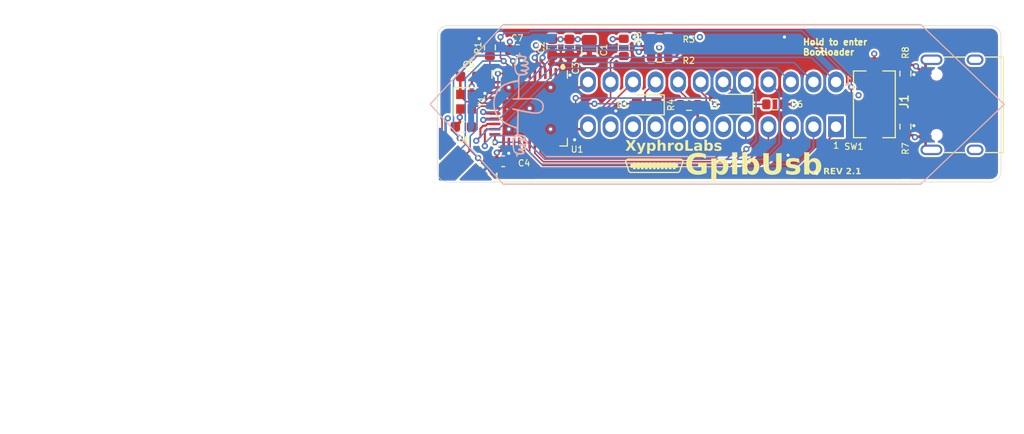
<source format=kicad_pcb>
(kicad_pcb (version 20241229) (generator "pcbnew") (generator_version "9.0")
  (layers (0 "F.Cu" signal) (4 "In1.Cu" signal) (6 "In2.Cu" signal) (2 "B.Cu" signal) (13 "F.Paste" user) (15 "B.Paste" user) (5 "F.SilkS" user "F.Silkscreen") (7 "B.SilkS" user "B.Silkscreen") (1 "F.Mask" user) (3 "B.Mask" user) (25 "Edge.Cuts" user))
  (net 0 "")
  (net 1 "Net-(U1-XTAL2)")
  (net 2 "GND")
  (net 3 "+5V")
  (net 4 "Net-(U1-XTAL1)")
  (net 5 "Net-(U1-UCAP)")
  (net 6 "Net-(D1-K)")
  (net 7 "/ATN")
  (net 8 "/SRQ")
  (net 9 "/IFC")
  (net 10 "/NDAC")
  (net 11 "/NRFD")
  (net 12 "/DAV")
  (net 13 "/REN")
  (net 14 "/EOI")
  (net 15 "/DIO8")
  (net 16 "/DIO4")
  (net 17 "/DIO7")
  (net 18 "/DIO3")
  (net 19 "/DIO6")
  (net 20 "/DIO2")
  (net 21 "/DIO5")
  (net 22 "/DIO1")
  (net 23 "/MOSI")
  (net 24 "Net-(D1-A)")
  (net 25 "/SCK")
  (net 26 "/MISO")
  (net 27 "Net-(ISP1-~{RST})")
  (net 28 "/Da-")
  (net 29 "/Da+")
  (net 35 "/Db+")
  (net 36 "/Db-")
  (net 37 "Net-(D2-K)")
  (net 38 "Net-(D2-A)")
  (net 41 "Net-(J1-CC1)")
  (net 42 "Net-(J1-CC2)")
  (footprint "Capacitor_SMD:C_0805_2012Metric" (layer "F.Cu") (at 194.564 77.343 90)
    (property "Reference" "C1")
    (property "Value" "4.7uF")
  )
  (footprint "Capacitor_SMD:C_0603_1608Metric" (layer "F.Cu") (at 191.008 77.089 90)
    (property "Reference" "C2")
    (property "Value" "100nF")
  )
  (footprint "Capacitor_SMD:C_0603_1608Metric" (layer "F.Cu") (at 187.706 77.343 180)
    (property "Reference" "C7")
    (property "Value" "1u")
  )
  (footprint "LED_SMD:LED_0805_2012Metric" (layer "F.Cu") (at 200.0504 82.6008 180)
    (property "Reference" "D1")
    (property "Value" "LED")
  )
  (footprint "Resistor_SMD:R_0603_1608Metric" (layer "F.Cu") (at 185.039 77.089 -90)
    (property "Reference" "R1")
    (property "Value" "10k")
  )
  (footprint "Resistor_SMD:R_0603_1608Metric" (layer "F.Cu") (at 201.295 77.978)
    (property "Reference" "R2")
    (property "Value" "22R")
  )
  (footprint "Resistor_SMD:R_0603_1608Metric" (layer "F.Cu") (at 201.295 76.327)
    (property "Reference" "R3")
    (property "Value" "22R")
  )
  (footprint "Resistor_SMD:R_0603_1608Metric" (layer "F.Cu") (at 204.1144 82.6008)
    (property "Reference" "R4")
    (property "Value" "470R")
  )
  (footprint "Resistor_SMD:R_0603_1608Metric" (layer "F.Cu") (at 197.866 77.089 90)
    (property "Reference" "R5")
    (property "Value" "100k")
  )
  (footprint "Package_DFN_QFN:QFN-44-1EP_7x7mm_P0.5mm_EP5.2x5.2mm" (layer "F.Cu") (at 188.849 82.931 -90)
    (property "Reference" "U1")
    (property "Value" "ATmega32U4-MU")
  )
  (footprint "Kai:EdgeProg" (layer "F.Cu") (at 205.0912 90.1108)
    (property "Reference" "ISP1" (hide yes))
    (property "Value" "ISP")
  )
  (footprint "Capacitor_SMD:C_0603_1608Metric" (layer "F.Cu") (at 183.007 79.883)
    (property "Reference" "C5")
    (property "Value" "8pF")
  )
  (footprint "Capacitor_SMD:C_0603_1608Metric" (layer "F.Cu") (at 182.499 84.709 180)
    (property "Reference" "C6")
    (property "Value" "8pF")
  )
  (footprint "Crystal:Crystal_SMD_2016-4Pin_2.0x1.6mm" (layer "F.Cu") (at 182.753 82.296 -90)
    (property "Reference" "Y1")
    (property "Value" "CX2016DB16000D0WZRC1" (hide yes))
  )
  (footprint "Capacitor_SMD:C_0603_1608Metric" (layer "F.Cu") (at 192.659 77.089 90)
    (property "Reference" "C3")
    (property "Value" "100nF")
  )
  (footprint "Capacitor_SMD:C_0603_1608Metric" (layer "F.Cu") (at 186.309 88.011 180)
    (property "Reference" "C4")
    (property "Value" "100nF")
  )
  (footprint "Fiducial:Fiducial_0.5mm_Mask1mm" (layer "F.Cu") (at 224.8916 89.154)
    (property "Reference" "FID1" (hide yes))
    (property "Value" "Fiducial")
  )
  (footprint "Fiducial:Fiducial_0.5mm_Mask1mm" (layer "F.Cu") (at 181.61 76.4032)
    (property "Reference" "FID2" (hide yes))
    (property "Value" "Fiducial")
  )
  (footprint "Connector_USB:USB_C_Receptacle_XKB_U262-16XN-4BVC11" (layer "F.Cu") (at 230.4412 82.5968 90)
    (property "Reference" "J1")
    (property "Value" "USB_C_Receptacle_USB2.0")
  )
  (footprint "Resistor_SMD:R_0603_1608Metric" (layer "F.Cu") (at 212.344 82.55)
    (property "Reference" "R6")
    (property "Value" "470R")
  )
  (footprint "LED_SMD:LED_0805_2012Metric" (layer "F.Cu") (at 208.5848 82.55 180)
    (property "Reference" "D2")
    (property "Value" "LED")
  )
  (footprint "Button_Switch_SMD:SW_Tactile_SPST_NO_Straight_CK_PTS636Sx25SMTRLFS" (layer "F.Cu") (at 221.869 82.55 -90)
    (property "Reference" "SW1")
    (property "Value" "SW_Push")
  )
  (footprint "Resistor_SMD:R_0603_1608Metric" (layer "F.Cu") (at 224.8408 84.6836 -90)
    (property "Reference" "R7")
    (property "Value" "5k1")
  )
  (footprint "Resistor_SMD:R_0603_1608Metric" (layer "F.Cu") (at 224.8408 79.6036 -90)
    (property "Reference" "R8")
    (property "Value" "5k1")
  )
  (footprint "gpib:112024113R001" (layer "B.Cu") (at 206.314 82.55 180)
    (property "Reference" "GPIB1" (hide yes))
    (property "Value" "111-024-113L001" (hide yes))
  )
  (footprint "LOGO" (layer "B.Cu") (at 187.703 82.596 -90)
    (property "Reference" "G***" (hide yes))
    (property "Value" "LOGO" (hide yes))
  )
  (gr_rect (start 200.339988 88.190605) (end 200.466988 88.698605) (stroke (width 0.15)) (fill no) (layer "F.SilkS"))
  (gr_rect (start 200.720988 88.190605) (end 200.847988 88.698605) (stroke (width 0.15)) (fill no) (layer "F.SilkS"))
  (gr_line (start 198.561988 89.079605) (end 203.006988 89.079605) (stroke (width 0.12)) (layer "F.SilkS"))
  (gr_arc (start 198.561988 89.079605) (mid 198.428452 89.04167) (end 198.334803 88.939197) (stroke (width 0.12)) (layer "F.SilkS"))
  (gr_rect (start 201.863988 88.190605) (end 201.990988 88.698605) (stroke (width 0.15)) (fill no) (layer "F.SilkS"))
  (gr_rect (start 198.561988 88.317605) (end 203.006988 88.571605) (stroke (width 0.12)) (fill yes) (layer "F.SilkS"))
  (gr_arc (start 203.274395 87.809605) (mid 203.454 87.884) (end 203.528395 88.063605) (stroke (width 0.12)) (layer "F.SilkS"))
  (gr_rect (start 199.196988 88.190605) (end 199.323988 88.698605) (stroke (width 0.15)) (fill no) (layer "F.SilkS"))
  (gr_rect (start 201.101988 88.190605) (end 201.228988 88.698605) (stroke (width 0.15)) (fill no) (layer "F.SilkS"))
  (gr_rect (start 201.482988 88.190605) (end 201.609988 88.698605) (stroke (width 0.15)) (fill no) (layer "F.SilkS"))
  (gr_circle (center 192.024 78.867) (end 192.024 78.867) (stroke (width 0.2)) (fill no) (layer "F.SilkS"))
  (gr_rect (start 199.958988 88.190605) (end 200.085988 88.698605) (stroke (width 0.15)) (fill no) (layer "F.SilkS"))
  (gr_rect (start 198.815988 88.190605) (end 198.942988 88.698605) (stroke (width 0.15)) (fill no) (layer "F.SilkS"))
  (gr_arc (start 203.234173 88.939197) (mid 203.140524 89.04167) (end 203.006988 89.079605) (stroke (width 0.12)) (layer "F.SilkS"))
  (gr_rect (start 202.244988 88.190605) (end 202.371988 88.698605) (stroke (width 0.15)) (fill no) (layer "F.SilkS"))
  (gr_line (start 198.053988 88.063605) (end 198.334803 88.939197) (stroke (width 0.12)) (layer "F.SilkS"))
  (gr_rect (start 202.625988 88.190605) (end 202.752988 88.698605) (stroke (width 0.15)) (fill no) (layer "F.SilkS"))
  (gr_circle (center 192.024 78.994) (end 192.151 78.994) (stroke (width 0.25)) (fill no) (layer "F.SilkS"))
  (gr_arc (start 198.053988 88.063605) (mid 198.128383 87.884) (end 198.307988 87.809605) (stroke (width 0.12)) (layer "F.SilkS"))
  (gr_line (start 203.234173 88.939197) (end 203.528395 88.063605) (stroke (width 0.12)) (layer "F.SilkS"))
  (gr_rect (start 199.577988 88.190605) (end 199.704988 88.698605) (stroke (width 0.15)) (fill no) (layer "F.SilkS"))
  (gr_line (start 203.260988 87.809605) (end 198.307988 87.809605) (stroke (width 0.12)) (layer "F.SilkS"))
  (gr_line (start 234 76) (end 234 89) (stroke (width 0.05)) (layer "Edge.Cuts"))
  (gr_line (start 180 89) (end 180 87.75) (stroke (width 0.05)) (layer "Edge.Cuts"))
  (gr_line (start 180 76) (end 180 77) (stroke (width 0.05)) (layer "Edge.Cuts"))
  (gr_line (start 180 87.75) (end 180 77) (stroke (width 0.05)) (layer "Edge.Cuts"))
  (gr_line (start 181 75) (end 233 75) (stroke (width 0.05)) (layer "Edge.Cuts"))
  (gr_line (start 233 90) (end 181 90) (stroke (width 0.05)) (layer "Edge.Cuts"))
  (gr_arc (start 234 89) (mid 233.707107 89.707107) (end 233 90) (stroke (width 0.05)) (layer "Edge.Cuts"))
  (gr_arc (start 181 90) (mid 180.292893 89.707107) (end 180 89) (stroke (width 0.05)) (layer "Edge.Cuts"))
  (gr_arc (start 233 75) (mid 233.707107 75.292893) (end 234 76) (stroke (width 0.05)) (layer "Edge.Cuts"))
  (gr_arc (start 180 76) (mid 180.292893 75.292893) (end 181 75) (stroke (width 0.05)) (layer "Edge.Cuts"))
  (gr_text "GpibUsb" (at 203.708 89.6112 0) (layer "F.SilkS") (effects (font (size 2 2)) (justify left bottom)))
  (gr_text "1" (at 185.3692 89.8144 0) (layer "F.SilkS") (effects (font (size 0.6 0.6) (thickness 0.1)) (justify left bottom)))
  (gr_text "Hold to enter\nBootloader" (at 214.953 77.896 0) (layer "F.SilkS") (effects (font (size 0.6 0.6)) (justify left bottom)))
  (gr_text "1" (at 217.8558 86.8426 0) (layer "F.SilkS") (effects (font (size 0.6 0.6) (thickness 0.1)) (justify left bottom)))
  (gr_text "XyphroLabs" (at 197.993 87.1728 0) (layer "F.SilkS") (effects (font (size 1 1)) (justify left bottom)))
  (gr_text "REV 2.1" (at 216.9668 89.3572 0) (layer "F.SilkS") (effects (font (size 0.6 0.6)) (justify left bottom)))
  (gr_text "1" (at 219.837 80.772 0) (layer "B.SilkS") (effects (font (size 0.8 0.8)) (justify left bottom mirror)))
  (segment (start 184.018 82.296) (end 184.153 82.431) (width 0.15) (layer "F.Cu") (net 1))
  (segment (start 182.753 82.296) (end 184.018 82.296) (width 0.15) (layer "F.Cu") (net 1))
  (segment (start 184.153 82.431) (end 185.5115 82.431) (width 0.15) (layer "F.Cu") (net 1))
  (segment (start 182.203 81.596) (end 182.203 81.746) (width 0.15) (layer "F.Cu") (net 1))
  (segment (start 182.203 79.912) (end 182.232 79.883) (width 0.25) (layer "F.Cu") (net 1))
  (segment (start 182.203 81.746) (end 182.753 82.296) (width 0.15) (layer "F.Cu") (net 1))
  (segment (start 182.203 81.596) (end 182.203 79.912) (width 0.25) (layer "F.Cu") (net 1))
  (segment (start 183.303 80.846) (end 183.303 81.596) (width 0.25) (layer "F.Cu") (net 2))
  (segment (start 192.1865 84.931) (end 190.849 84.931) (width 0.25) (layer "F.Cu") (net 2))
  (segment (start 182.203 82.996) (end 182.203 83.746) (width 0.25) (layer "F.Cu") (net 2))
  (segment (start 226.2038 79.2468) (end 225.853 78.896) (width 0.25) (layer "F.Cu") (net 2))
  (segment (start 192.659 76.314) (end 193.453 76.314) (width 0.25) (layer "F.Cu") (net 2))
  (segment (start 194.198 84.931) (end 194.434 84.695) (width 0.25) (layer "F.Cu") (net 2))
  (segment (start 225.5656 85.5086) (end 225.753 85.696) (width 0.25) (layer "F.Cu") (net 2))
  (segment (start 192.1865 80.931) (end 193.908 80.931) (width 0.25) (layer "F.Cu") (net 2))
  (segment (start 225.7356 78.7786) (end 225.853 78.896) (width 0.25) (layer "F.Cu") (net 2))
  (segment (start 183.303 80.362) (end 183.782 79.883) (width 0.25) (layer "F.Cu") (net 2))
  (segment (start 186.349 86.735412) (end 186.349 86.2685) (width 0.25) (layer "F.Cu") (net 2))
  (segment (start 182.153 84.28) (end 181.724 84.709) (width 0.25) (layer "F.Cu") (net 2))
  (segment (start 226.7712 85.6468) (end 225.8022 85.6468) (width 0.25) (layer "F.Cu") (net 2))
  (segment (start 224.8408 78.7786) (end 224.8408 78.796) (width 0.25) (layer "F.Cu") (net 2))
  (segment (start 226.7712 79.2468) (end 226.2038 79.2468) (width 0.25) (layer "F.Cu") (net 2))
  (segment (start 193.453 76.314) (end 194.485 76.314) (width 0.25) (layer "F.Cu") (net 2))
  (segment (start 213.899 82.55) (end 213.169 82.55) (width 0.25) (layer "F.Cu") (net 2))
  (segment (start 186.931 77.343) (end 186.931 76.568) (width 0.25) (layer "F.Cu") (net 2))
  (segment (start 204.9394 82.6008) (end 204.9394 84.4004) (width 0.25) (layer "F.Cu") (net 2))
  (segment (start 221.869 78.675) (end 221.869 77.712) (width 0.25) (layer "F.Cu") (net 2))
  (segment (start 194.485 76.314) (end 194.564 76.393) (width 0.25) (layer "F.Cu") (net 2))
  (segment (start 226.7712 86.7568) (end 226.7712 86.3518) (width 0.25) (layer "F.Cu") (net 2))
  (segment (start 214.103 82.546) (end 213.903 82.546) (width 0.25) (layer "F.Cu") (net 2))
  (segment (start 226.7712 78.8418) (end 226.7712 79.2468) (width 0.25) (layer "F.Cu") (net 2))
  (segment (start 193.908 80.931) (end 194.434 80.405) (width 0.25) (layer "F.Cu") (net 2))
  (segment (start 185.706024 87.838976) (end 185.534 88.011) (width 0.25) (layer "F.Cu") (net 2))
  (segment (start 186.077 87.007412) (end 186.349 86.735412) (width 0.25) (layer "F.Cu") (net 2))
  (segment (start 185.706024 87.186005) (end 185.706024 87.838976) (width 0.25) (layer "F.Cu") (net 2))
  (segment (start 185.5115 81.931) (end 187.849 81.931) (width 0.25) (layer "F.Cu") (net 2))
  (segment (start 226.7712 86.3518) (end 226.7712 85.9468) (width 0.25) (layer "F.Cu") (net 2))
  (segment (start 213.903 82.546) (end 213.899 82.55) (width 0.25) (layer "F.Cu") (net 2))
  (segment (start 182.203 83.746) (end 182.153 83.796) (width 0.25) (layer "F.Cu") (net 2))
  (segment (start 224.8408 85.5086) (end 225.5656 85.5086) (width 0.25) (layer "F.Cu") (net 2))
  (segment (start 197.866 76.264) (end 196.835 76.264) (width 0.25) (layer "F.Cu") (net 2))
  (segment (start 182.153 83.796) (end 182.153 84.28) (width 0.25) (layer "F.Cu") (net 2))
  (segment (start 192.1865 81.931) (end 189.849 81.931) (width 0.25) (layer "F.Cu") (net 2))
  (segment (start 183.303 80.846) (end 183.303 80.362) (width 0.25) (layer "F.Cu") (net 2))
  (segment (start 226.7712 78.4368) (end 226.7712 78.8418) (width 0.25) (layer "F.Cu") (net 2))
  (segment (start 189.849 81.931) (end 188.849 82.931) (width 0.25) (layer "F.Cu") (net 2))
  (segment (start 189.349 82.431) (end 188.849 82.931) (width 0.25) (layer "F.Cu") (net 2))
  (segment (start 224.8408 78.7786) (end 225.7356 78.7786) (width 0.25) (layer "F.Cu") (net 2))
  (segment (start 186.349 85.431) (end 188.849 82.931) (width 0.25) (layer "F.Cu") (net 2))
  (segment (start 186.931 76.568) (end 186.953 76.546) (width 0.25) (layer "F.Cu") (net 2))
  (segment (start 187.849 81.931) (end 188.849 82.931) (width 0.25) (layer "F.Cu") (net 2))
  (segment (start 191.008 76.314) (end 191.803 76.314) (width 0.25) (layer "F.Cu") (net 2))
  (segment (start 204.9394 84.4004) (end 205.234 84.695) (width 0.25) (layer "F.Cu") (net 2))
  (segment (start 185.884617 87.007412) (end 186.077 87.007412) (width 0.25) (layer "F.Cu") (net 2))
  (segment (start 186.349 86.2685) (end 186.349 85.431) (width 0.25) (layer "F.Cu") (net 2))
  (segment (start 183.253 80.796) (end 183.303 80.846) (width 0.25) (layer "F.Cu") (net 2))
  (segment (start 185.706024 87.186005) (end 185.884617 87.007412) (width 0.25) (layer "F.Cu") (net 2))
  (segment (start 221.869 77.712) (end 221.853 77.696) (width 0.25) (layer "F.Cu") (net 2))
  (segment (start 225.8022 85.6468) (end 225.753 85.696) (width 0.25) (layer "F.Cu") (net 2))
  (segment (start 192.1865 84.931) (end 194.198 84.931) (width 0.25) (layer "F.Cu") (net 2))
  (segment (start 189.349 79.5935) (end 189.349 82.431) (width 0.25) (layer "F.Cu") (net 2))
  (segment (start 191.803 76.314) (end 192.659 76.314) (width 0.25) (layer "F.Cu") (net 2))
  (segment (start 196.835 76.264) (end 196.803 76.296) (width 0.25) (layer "F.Cu") (net 2))
  (via (at 183.303 80.846) (size 0.6) (drill 0.3) (layers "F.Cu" "B.Cu") (net 2))
  (via (at 186.849 80.931) (size 0.6) (drill 0.3) (layers "F.Cu" "B.Cu") (net 2))
  (via (at 186.953 76.546) (size 0.6) (drill 0.3) (layers "F.Cu" "B.Cu") (net 2))
  (via (at 188.849 82.931) (size 0.6) (drill 0.3) (layers "F.Cu" "B.Cu") (net 2))
  (via (at 190.849 84.931) (size 0.6) (drill 0.3) (layers "F.Cu" "B.Cu") (net 2))
  (via (at 181.003 83.896) (size 0.6) (drill 0.3) (layers "F.Cu" "B.Cu") (net 2))
  (via (at 198.853 76.096) (size 0.6) (drill 0.3) (layers "F.Cu" "B.Cu") (net 2))
  (via (at 191.803 76.314) (size 0.6) (drill 0.3) (layers "F.Cu" "B.Cu") (net 2))
  (via (at 188.849 82.931) (size 0.6) (drill 0.3) (layers "F.Cu" "B.Cu") (net 2))
  (via (at 196.803 76.296) (size 0.6) (drill 0.3) (layers "F.Cu" "B.Cu") (net 2))
  (via (at 201.253 77.096) (size 0.6) (drill 0.3) (layers "F.Cu" "B.Cu") (net 2))
  (via (at 225.853 78.896) (size 0.6) (drill 0.3) (layers "F.Cu" "B.Cu") (net 2))
  (via (at 185.706024 87.186005) (size 0.6) (drill 0.3) (layers "F.Cu" "B.Cu") (net 2))
  (via (at 225.753 85.696) (size 0.6) (drill 0.3) (layers "F.Cu" "B.Cu") (net 2))
  (via (at 186.849 84.931) (size 0.6) (drill 0.3) (layers "F.Cu" "B.Cu") (net 2))
  (via (at 188.849 82.931) (size 0.6) (drill 0.3) (layers "F.Cu" "B.Cu") (net 2))
  (via (at 193.453 76.314) (size 0.6) (drill 0.3) (layers "F.Cu" "B.Cu") (net 2))
  (via (at 188.849 82.931) (size 0.6) (drill 0.3) (layers "F.Cu" "B.Cu") (net 2))
  (via (at 188.849 82.931) (size 0.6) (drill 0.3) (layers "F.Cu" "B.Cu") (net 2))
  (via (at 205.153 76.096) (size 0.6) (drill 0.3) (layers "F.Cu" "B.Cu") (net 2))
  (via (at 190.849 80.931) (size 0.6) (drill 0.3) (layers "F.Cu" "B.Cu") (net 2))
  (via (at 220.349 81.681) (size 0.6) (drill 0.3) (layers "F.Cu" "B.Cu") (net 2))
  (via (at 221.853 77.696) (size 0.6) (drill 0.3) (layers "F.Cu" "B.Cu") (net 2))
  (via (at 189.453 76.896) (size 0.6) (drill 0.3) (layers "F.Cu" "B.Cu") (net 2))
  (via (at 214.103 82.546) (size 0.6) (drill 0.3) (layers "F.Cu" "B.Cu") (net 2))
  (via (at 182.153 83.796) (size 0.6) (drill 0.3) (layers "F.Cu" "B.Cu") (net 2))
  (via (at 188.849 82.931) (size 0.6) (drill 0.3) (layers "F.Cu" "B.Cu") (net 2))
  (segment (start 180.7912 85.8808) (end 180.7912 84.1078) (width 0.25) (layer "B.Cu") (net 2))
  (segment (start 180.7912 84.1078) (end 181.003 83.896) (width 0.25) (layer "B.Cu") (net 2))
  (segment (start 188.053 78.693972) (end 188.053 78.346) (width 0.25) (layer "F.Cu") (net 3))
  (segment (start 186.847259 87.051741) (end 186.847259 87.246536) (width 0.25) (layer "F.Cu") (net 3))
  (segment (start 187.068 88.011) (end 186.903 87.846) (width 0.25) (layer "F.Cu") (net 3))
  (segment (start 192.1865 79.9125) (end 192.353 79.746) (width 0.25) (layer "F.Cu") (net 3))
  (segment (start 192.353 79.746) (end 192.703 79.746) (width 0.25) (layer "F.Cu") (net 3))
  (segment (start 186.848464 87.246536) (end 186.849 87.246) (width 0.25) (layer "F.Cu") (net 3))
  (segment (start 184.618 81.431) (end 184.553 81.496) (width 0.25) (layer "F.Cu") (net 3))
  (segment (start 192.1865 80.431) (end 192.1865 79.9125) (width 0.25) (layer "F.Cu") (net 3))
  (segment (start 192.1865 85.431) (end 192.638 85.431) (width 0.25) (layer "F.Cu") (net 3))
  (segment (start 188.349 78.989972) (end 188.053 78.693972) (width 0.25) (layer "F.Cu") (net 3))
  (segment (start 186.849 86.2685) (end 186.849 87.05) (width 0.25) (layer "F.Cu") (net 3))
  (segment (start 185.5115 81.431) (end 184.618 81.431) (width 0.25) (layer "F.Cu") (net 3))
  (segment (start 225.9038 84.8468) (end 225.653 84.596) (width 0.25) (layer "F.Cu") (net 3))
  (segment (start 226.7712 84.8468) (end 225.9038 84.8468) (width 0.25) (layer "F.Cu") (net 3))
  (segment (start 190.849 78.023) (end 191.008 77.864) (width 0.25) (layer "F.Cu") (net 3))
  (segment (start 192.638 85.431) (end 193.153 85.946) (width 0.25) (layer "F.Cu") (net 3))
  (segment (start 188.349 79.5935) (end 188.349 78.989972) (width 0.25) (layer "F.Cu") (net 3))
  (segment (start 226.0038 80.0468) (end 226.4712 80.0468) (width 0.25) (layer "F.Cu") (net 3))
  (segment (start 186.849 87.05) (end 186.849 87.246) (width 0.25) (layer "F.Cu") (net 3))
  (segment (start 226.7712 85.1468) (end 226.2038 85.1468) (width 0.25) (layer "F.Cu") (net 3))
  (segment (start 187.084 87.677) (end 187.084 88.011) (width 0.25) (layer "F.Cu") (net 3))
  (segment (start 186.849 87.776) (end 187.084 88.011) (width 0.25) (layer "F.Cu") (net 3))
  (segment (start 190.849 79.5935) (end 190.849 78.023) (width 0.25) (layer "F.Cu") (net 3))
  (segment (start 226.4712 80.0468) (end 226.7712 80.3468) (width 0.25) (layer "F.Cu") (net 3))
  (segment (start 226.2038 85.1468) (end 225.653 84.596) (width 0.25) (layer "F.Cu") (net 3))
  (segment (start 186.849 87.05) (end 186.847259 87.051741) (width 0.25) (layer "F.Cu") (net 3))
  (segment (start 186.847259 87.246536) (end 186.848464 87.246536) (width 0.25) (layer "F.Cu") (net 3))
  (segment (start 187.084 88.011) (end 187.068 88.011) (width 0.25) (layer "F.Cu") (net 3))
  (segment (start 186.849 87.246) (end 186.849 87.776) (width 0.25) (layer "F.Cu") (net 3))
  (segment (start 225.653 79.696) (end 226.0038 80.0468) (width 0.25) (layer "F.Cu") (net 3))
  (via (at 184.003 76.246) (size 0.6) (drill 0.3) (layers "F.Cu" "B.Cu") (net 3))
  (via (at 216.349 89.181) (size 0.6) (drill 0.3) (layers "F.Cu" "B.Cu") (net 3))
  (via (at 192.703 79.746) (size 0.6) (drill 0.3) (layers "F.Cu" "B.Cu") (net 3))
  (via (at 225.653 79.696) (size 0.6) (drill 0.3) (layers "F.Cu" "B.Cu") (net 3))
  (via (at 213.253 76.096) (size 0.6) (drill 0.3) (layers "F.Cu" "B.Cu") (net 3))
  (via (at 197.099 83.181) (size 0.6) (drill 0.3) (layers "F.Cu" "B.Cu") (net 3))
  (via (at 225.653 84.596) (size 0.6) (drill 0.3) (layers "F.Cu" "B.Cu") (net 3))
  (via (at 204.253 76.096) (size 0.6) (drill 0.3) (layers "F.Cu" "B.Cu") (net 3))
  (via (at 213.599 87.431) (size 0.6) (drill 0.3) (layers "F.Cu" "B.Cu") (net 3))
  (via (at 193.153 85.946) (size 0.6) (drill 0.3) (layers "F.Cu" "B.Cu") (net 3))
  (via (at 188.053 78.346) (size 0.6) (drill 0.3) (layers "F.Cu" "B.Cu") (net 3))
  (via (at 186.847259 87.246536) (size 0.6) (drill 0.3) (layers "F.Cu" "B.Cu") (net 3))
  (via (at 184.553 81.496) (size 0.6) (drill 0.3) (layers "F.Cu" "B.Cu") (net 3))
  (segment (start 184.1212 89.2108) (end 184.1382 89.2108) (width 0.3) (layer "B.Cu") (net 3))
  (segment (start 184.1382 89.2108) (end 185.153 88.196) (width 0.3) (layer "B.Cu") (net 3))
  (segment (start 183.567 82.732) (end 184.589 82.732) (width 0.15) (layer "F.Cu") (net 4))
  (segment (start 183.303 82.996) (end 183.567 82.732) (width 0.15) (layer "F.Cu") (net 4))
  (segment (start 183.274 83.025) (end 183.303 82.996) (width 0.25) (layer "F.Cu") (net 4))
  (segment (start 184.788 82.931) (end 185.5115 82.931) (width 0.15) (layer "F.Cu") (net 4))
  (segment (start 183.274 84.709) (end 183.274 83.025) (width 0.25) (layer "F.Cu") (net 4))
  (segment (start 184.589 82.732) (end 184.788 82.931) (width 0.15) (layer "F.Cu") (net 4))
  (segment (start 188.849 78.742) (end 188.653 78.546) (width 0.25) (layer "F.Cu") (net 5))
  (segment (start 188.849 79.5935) (end 188.849 78.742) (width 0.25) (layer "F.Cu") (net 5))
  (segment (start 188.653 77.515) (end 188.481 77.343) (width 0.25) (layer "F.Cu") (net 5))
  (segment (start 188.653 78.546) (end 188.653 77.515) (width 0.25) (layer "F.Cu") (net 5))
  (segment (start 200.9879 82.6008) (end 203.2894 82.6008) (width 0.15) (layer "F.Cu") (net 6))
  (segment (start 193.118 83.931) (end 193.903 83.146) (width 0.15) (layer "F.Cu") (net 7))
  (segment (start 197.866 77.914) (end 197.086 77.914) (width 0.15) (layer "F.Cu") (net 7))
  (segment (start 193.903 83.146) (end 195.503 83.146) (width 0.15) (layer "F.Cu") (net 7))
  (segment (start 196.594 78.406) (end 196.594 80.405) (width 0.15) (layer "F.Cu") (net 7))
  (segment (start 195.503 83.146) (end 196.594 82.055) (width 0.15) (layer "F.Cu") (net 7))
  (segment (start 192.1865 83.931) (end 193.118 83.931) (width 0.15) (layer "F.Cu") (net 7))
  (segment (start 196.594 82.055) (end 196.594 80.405) (width 0.15) (layer "F.Cu") (net 7))
  (segment (start 197.086 77.914) (end 196.594 78.406) (width 0.15) (layer "F.Cu") (net 7))
  (segment (start 193.068 84.431) (end 194.053 83.446) (width 0.15) (layer "F.Cu") (net 8))
  (segment (start 195.713 83.446) (end 198.754 80.405) (width 0.15) (layer "F.Cu") (net 8))
  (segment (start 192.1865 84.431) (end 193.068 84.431) (width 0.15) (layer "F.Cu") (net 8))
  (segment (start 194.053 83.446) (end 195.713 83.446) (width 0.15) (layer "F.Cu") (net 8))
  (segment (start 191.7805 86.2685) (end 191.349 86.2685) (width 0.15) (layer "F.Cu") (net 9))
  (segment (start 198.463272 86.616) (end 192.128 86.616) (width 0.15) (layer "F.Cu") (net 9))
  (segment (start 200.914 80.405) (end 199.903 81.416) (width 0.15) (layer "F.Cu") (net 9))
  (segment (start 199.903 81.416) (end 199.903 85.176272) (width 0.15) (layer "F.Cu") (net 9))
  (segment (start 199.903 85.176272) (end 198.463272 86.616) (width 0.15) (layer "F.Cu") (net 9))
  (segment (start 192.128 86.616) (end 191.7805 86.2685) (width 0.15) (layer "F.Cu") (net 9))
  (segment (start 204.153 85.596) (end 202.773 86.976) (width 0.15) (layer "F.Cu") (net 10))
  (segment (start 190.849 86.892) (end 190.849 86.2685) (width 0.15) (layer "F.Cu") (net 10))
  (segment (start 203.074 80.405) (end 203.074 81.117) (width 0.15) (layer "F.Cu") (net 10))
  (segment (start 192.113 86.976) (end 192.057 87.032) (width 0.15) (layer "F.Cu") (net 10))
  (segment (start 202.773 86.976) (end 192.113 86.976) (width 0.15) (layer "F.Cu") (net 10))
  (segment (start 204.153 82.196) (end 204.153 85.596) (width 0.15) (layer "F.Cu") (net 10))
  (segment (start 190.989 87.032) (end 190.849 86.892) (width 0.15) (layer "F.Cu") (net 10))
  (segment (start 203.074 81.117) (end 204.153 82.196) (width 0.15) (layer "F.Cu") (net 10))
  (segment (start 192.057 87.032) (end 190.989 87.032) (width 0.15) (layer "F.Cu") (net 10))
  (segment (start 205.216 87.333) (end 190.753 87.333) (width 0.15) (layer "F.Cu") (net 11))
  (segment (start 190.753 87.333) (end 190.349 86.929) (width 0.15) (layer "F.Cu") (net 11))
  (segment (start 190.349 86.2685) (end 190.349 86.663796) (width 0.127) (layer "F.Cu") (net 11))
  (segment (start 205.234 81.327) (end 205.753 81.846) (width 0.15) (layer "F.Cu") (net 11))
  (segment (start 206.253 86.296) (end 205.216 87.333) (width 0.15) (layer "F.Cu") (net 11))
  (segment (start 190.349 86.929) (end 190.349 86.2685) (width 0.15) (layer "F.Cu") (net 11))
  (segment (start 205.753 81.846) (end 205.753 83.396) (width 0.15) (layer "F.Cu") (net 11))
  (segment (start 205.234 80.405) (end 205.234 81.327) (width 0.15) (layer "F.Cu") (net 11))
  (segment (start 205.753 83.396) (end 206.253 83.896) (width 0.15) (layer "F.Cu") (net 11))
  (segment (start 206.253 83.896) (end 206.253 86.296) (width 0.15) (layer "F.Cu") (net 11))
  (segment (start 205.234 80.727) (end 205.234 80.405) (width 0.15) (layer "B.Cu") (net 11))
  (segment (start 206.653 87.696) (end 190.403 87.696) (width 0.15) (layer "F.Cu") (net 12))
  (segment (start 190.403 87.696) (end 189.849 87.142) (width 0.15) (layer "F.Cu") (net 12))
  (segment (start 207.394 80.405) (end 208.453 81.464) (width 0.15) (layer "F.Cu") (net 12))
  (segment (start 208.453 81.464) (end 208.453 85.896) (width 0.15) (layer "F.Cu") (net 12))
  (segment (start 189.849 87.142) (end 189.849 86.2685) (width 0.15) (layer "F.Cu") (net 12))
  (segment (start 189.849 86.2685) (end 189.849 86.663796) (width 0.127) (layer "F.Cu") (net 12))
  (segment (start 208.453 85.896) (end 206.653 87.696) (width 0.15) (layer "F.Cu") (net 12))
  (segment (start 209.554 85.975) (end 207.473 88.056) (width 0.15) (layer "F.Cu") (net 13))
  (segment (start 190.163 88.056) (end 189.349 87.242) (width 0.15) (layer "F.Cu") (net 13))
  (segment (start 189.349 86.2685) (end 189.349 86.687) (width 0.127) (layer "F.Cu") (net 13))
  (segment (start 209.554 84.695) (end 209.554 85.975) (width 0.15) (layer "F.Cu") (net 13))
  (segment (start 207.473 88.056) (end 190.163 88.056) (width 0.15) (layer "F.Cu") (net 13))
  (segment (start 189.349 87.242) (end 189.349 86.2685) (width 0.15) (layer "F.Cu") (net 13))
  (segment (start 188.849 86.2685) (end 188.849 86.663796) (width 0.127) (layer "F.Cu") (net 14))
  (segment (start 208.0274 88.416) (end 209.6102 86.8332) (width 0.15) (layer "F.Cu") (net 14))
  (segment (start 190.097322 88.416) (end 208.0274 88.416) (width 0.15) (layer "F.Cu") (net 14))
  (segment (start 188.849 87.167678) (end 190.097322 88.416) (width 0.15) (layer "F.Cu") (net 14))
  (segment (start 188.849 86.2685) (end 188.849 87.167678) (width 0.15) (layer "F.Cu") (net 14))
  (via (at 209.6102 86.8332) (size 0.6) (drill 0.3) (layers "F.Cu" "B.Cu") (net 14))
  (segment (start 210.53 86.019) (end 209.7158 86.8332) (width 0.15) (layer "B.Cu") (net 14))
  (segment (start 209.7158 86.8332) (end 209.6102 86.8332) (width 0.15) (layer "B.Cu") (net 14))
  (segment (start 209.554 80.405) (end 210.53 81.381) (width 0.15) (layer "B.Cu") (net 14))
  (segment (start 210.53 81.381) (end 210.53 86.019) (width 0.15) (layer "B.Cu") (net 14))
  (segment (start 190.031644 88.776) (end 188.349 87.093356) (width 0.15) (layer "F.Cu") (net 15))
  (segment (start 211.714 86.035) (end 208.973 88.776) (width 0.15) (layer "F.Cu") (net 15))
  (segment (start 208.973 88.776) (end 190.031644 88.776) (width 0.15) (layer "F.Cu") (net 15))
  (segment (start 188.349 87.093356) (end 188.349 86.2685) (width 0.15) (layer "F.Cu") (net 15))
  (segment (start 211.714 84.695) (end 211.714 86.035) (width 0.15) (layer "F.Cu") (net 15))
  (segment (start 188.349 86.2685) (end 188.349 86.663796) (width 0.127) (layer "F.Cu") (net 15))
  (segment (start 184.553 85.121) (end 184.743 84.931) (width 0.2) (layer "F.Cu") (net 16))
  (segment (start 184.743 84.931) (end 185.5115 84.931) (width 0.2) (layer "F.Cu") (net 16))
  (segment (start 184.553 86.546) (end 184.553 85.121) (width 0.2) (layer "F.Cu") (net 16))
  (via (at 184.553 86.546) (size 0.6) (drill 0.3) (layers "F.Cu" "B.Cu") (net 16))
  (segment (start 212.753 81.444) (end 211.714 80.405) (width 0.15) (layer "B.Cu") (net 16))
  (segment (start 184.553 86.546) (end 184.553 86.271) (width 0.15) (layer "B.Cu") (net 16))
  (segment (start 184.553 86.271) (end 185.278 85.546) (width 0.15) (layer "B.Cu") (net 16))
  (segment (start 188.003 85.546) (end 190.279 87.822) (width 0.15) (layer "B.Cu") (net 16))
  (segment (start 211.227 87.822) (end 212.753 86.296) (width 0.15) (layer "B.Cu") (net 16))
  (segment (start 212.753 86.296) (end 212.753 81.444) (width 0.15) (layer "B.Cu") (net 16))
  (segment (start 190.279 87.822) (end 211.227 87.822) (width 0.15) (layer "B.Cu") (net 16))
  (segment (start 185.278 85.546) (end 188.003 85.546) (width 0.15) (layer "B.Cu") (net 16))
  (segment (start 213.874 84.695) (end 213.874 85.9476) (width 0.15) (layer "F.Cu") (net 17))
  (segment (start 189.893 89.136) (end 187.849 87.092) (width 0.15) (layer "F.Cu") (net 17))
  (segment (start 210.6856 89.136) (end 189.893 89.136) (width 0.15) (layer "F.Cu") (net 17))
  (segment (start 213.874 85.9476) (end 210.6856 89.136) (width 0.15) (layer "F.Cu") (net 17))
  (segment (start 187.849 87.092) (end 187.849 86.2685) (width 0.15) (layer "F.Cu") (net 17))
  (segment (start 183.728 86.046) (end 184.128 85.646) (width 0.2) (layer "F.Cu") (net 18))
  (segment (start 184.631232 84.597) (end 184.797232 84.431) (width 0.2) (layer "F.Cu") (net 18))
  (segment (start 184.797232 84.431) (end 185.5115 84.431) (width 0.2) (layer "F.Cu") (net 18))
  (segment (start 184.128 85.646) (end 184.128 84.871) (width 0.2) (layer "F.Cu") (net 18))
  (segment (start 184.128 84.871) (end 184.402 84.597) (width 0.2) (layer "F.Cu") (net 18))
  (segment (start 184.402 84.597) (end 184.631232 84.597) (width 0.2) (layer "F.Cu") (net 18))
  (via (at 183.728 86.046) (size 0.6) (drill 0.3) (layers "F.Cu" "B.Cu") (net 18))
  (segment (start 184.828 84.946) (end 185.853 84.946) (width 0.15) (layer "B.Cu") (net 18))
  (segment (start 185.853 84.946) (end 191.753 79.046) (width 0.15) (layer "B.Cu") (net 18))
  (segment (start 191.753 79.046) (end 212.515 79.046) (width 0.15) (layer "B.Cu") (net 18))
  (segment (start 183.728 86.046) (end 184.828 84.946) (width 0.15) (layer "B.Cu") (net 18))
  (segment (start 212.515 79.046) (end 213.874 80.405) (width 0.15) (layer "B.Cu") (net 18))
  (segment (start 185.5115 85.431) (end 185.5115 86.1875) (width 0.2) (layer "F.Cu") (net 19))
  (via (at 185.5115 86.1875) (size 0.6) (drill 0.3) (layers "F.Cu" "B.Cu") (net 19))
  (segment (start 214.503 88.296) (end 216.034 86.765) (width 0.15) (layer "B.Cu") (net 19))
  (segment (start 187.8945 86.1875) (end 190.003 88.296) (width 0.15) (layer "B.Cu") (net 19))
  (segment (start 185.5115 86.1875) (end 187.8945 86.1875) (width 0.15) (layer "B.Cu") (net 19))
  (segment (start 216.034 86.765) (end 216.034 84.695) (width 0.15) (layer "B.Cu") (net 19))
  (segment (start 190.003 88.296) (end 214.503 88.296) (width 0.15) (layer "B.Cu") (net 19))
  (segment (start 185.5115 83.931) (end 184.518 83.931) (width 0.2) (layer "F.Cu") (net 20))
  (segment (start 184.518 83.931) (end 184.403 84.046) (width 0.2) (layer "F.Cu") (net 20))
  (via (at 184.403 84.046) (size 0.6) (drill 0.3) (layers "F.Cu" "B.Cu") (net 20))
  (segment (start 191.353 78.546) (end 214.175 78.546) (width 0.15) (layer "B.Cu") (net 20))
  (segment (start 184.403 84.046) (end 185.853 84.046) (width 0.15) (layer "B.Cu") (net 20))
  (segment (start 214.175 78.546) (end 216.034 80.405) (width 0.15) (layer "B.Cu") (net 20))
  (segment (start 185.853 84.046) (end 191.353 78.546) (width 0.15) (layer "B.Cu") (net 20))
  (segment (start 187.349 87.092) (end 187.349 86.2685) (width 0.15) (layer "F.Cu") (net 21))
  (segment (start 218.194 85.209) (end 213.907 89.496) (width 0.15) (layer "F.Cu") (net 21))
  (segment (start 213.907 89.496) (end 189.753 89.496) (width 0.15) (layer "F.Cu") (net 21))
  (segment (start 218.194 84.695) (end 218.194 85.209) (width 0.15) (layer "F.Cu") (net 21))
  (segment (start 189.753 89.496) (end 187.349 87.092) (width 0.15) (layer "F.Cu") (net 21))
  (segment (start 184.393771 83.279234) (end 184.545537 83.431) (width 0.2) (layer "F.Cu") (net 22))
  (segment (start 184.545537 83.431) (end 185.5115 83.431) (width 0.2) (layer "F.Cu") (net 22))
  (via (at 184.393771 83.279234) (size 0.6) (drill 0.3) (layers "F.Cu" "B.Cu") (net 22))
  (segment (start 185.769766 83.279234) (end 191.003 78.046) (width 0.15) (layer "B.Cu") (net 22))
  (segment (start 191.003 78.046) (end 215.835 78.046) (width 0.15) (layer "B.Cu") (net 22))
  (segment (start 184.393771 83.279234) (end 185.769766 83.279234) (width 0.15) (layer "B.Cu") (net 22))
  (segment (start 215.835 78.046) (end 218.194 80.405) (width 0.15) (layer "B.Cu") (net 22))
  (segment (start 186.053 76.096) (end 186.053 78.096) (width 0.15) (layer "F.Cu") (net 23))
  (segment (start 186.353 78.396) (end 186.849 78.892) (width 0.15) (layer "F.Cu") (net 23))
  (segment (start 219.653 84.209) (end 219.653 80.896) (width 0.15) (layer "F.Cu") (net 23))
  (segment (start 221.869 86.425) (end 219.653 84.209) (width 0.15) (layer "F.Cu") (net 23))
  (segment (start 186.849 78.892) (end 186.849 79.5935) (width 0.15) (layer "F.Cu") (net 23))
  (segment (start 186.053 78.096) (end 186.353 78.396) (width 0.15) (layer "F.Cu") (net 23))
  (via (at 186.053 76.096) (size 0.6) (drill 0.3) (layers "F.Cu" "B.Cu") (net 23))
  (via (at 219.653 80.896) (size 0.6) (drill 0.3) (layers "F.Cu" "B.Cu") (net 23))
  (via (at 186.353 78.396) (size 0.6) (drill 0.3) (layers "F.Cu" "B.Cu") (net 23))
  (segment (start 182.679 86.396) (end 182.1456 86.9294) (width 0.15) (layer "B.Cu") (net 23))
  (segment (start 219.653 80.896) (end 219.653 80.233728) (width 0.15) (layer "B.Cu") (net 23))
  (segment (start 182.679 80.07) (end 182.679 86.396) (width 0.15) (layer "B.Cu") (net 23))
  (segment (start 188.953 75.496) (end 188.753 75.696) (width 0.15) (layer "B.Cu") (net 23))
  (segment (start 188.753 75.696) (end 186.453 75.696) (width 0.15) (layer "B.Cu") (net 23))
  (segment (start 186.453 75.696) (end 186.053 76.096) (width 0.15) (layer "B.Cu") (net 23))
  (segment (start 214.915272 75.496) (end 188.953 75.496) (width 0.15) (layer "B.Cu") (net 23))
  (segment (start 184.353 78.396) (end 182.679 80.07) (width 0.15) (layer "B.Cu") (net 23))
  (segment (start 219.653 80.233728) (end 214.915272 75.496) (width 0.15) (layer "B.Cu") (net 23))
  (segment (start 186.353 78.396) (end 184.353 78.396) (width 0.15) (layer "B.Cu") (net 23))
  (segment (start 193.803 82.496) (end 195.053 82.496) (width 0.15) (layer "F.Cu") (net 24))
  (segment (start 192.868 83.431) (end 193.803 82.496) (width 0.15) (layer "F.Cu") (net 24))
  (segment (start 192.1865 83.431) (end 192.868 83.431) (width 0.15) (layer "F.Cu") (net 24))
  (segment (start 197.903 82.496) (end 199.0081 82.496) (width 0.15) (layer "F.Cu") (net 24))
  (segment (start 199.0081 82.496) (end 199.1129 82.6008) (width 0.15) (layer "F.Cu") (net 24))
  (via (at 197.903 82.496) (size 0.6) (drill 0.3) (layers "F.Cu" "B.Cu") (net 24))
  (via (at 195.053 82.496) (size 0.6) (drill 0.3) (layers "F.Cu" "B.Cu") (net 24))
  (segment (start 195.053 82.496) (end 197.903 82.496) (width 0.15) (layer "B.Cu") (net 24))
  (segment (start 187.253 78.396) (end 187.253 78.796) (width 0.15) (layer "F.Cu") (net 25))
  (segment (start 183.053 86.696) (end 183.053 87.039) (width 0.15) (layer "F.Cu") (net 25))
  (segment (start 182.153 85.796) (end 183.053 86.696) (width 0.15) (layer "F.Cu") (net 25))
  (segment (start 183.053 87.039) (end 182.5012 87.5908) (width 0.15) (layer "F.Cu") (net 25))
  (segment (start 187.349 78.892) (end 187.349 79.5935) (width 0.15) (layer "F.Cu") (net 25))
  (segment (start 187.253 78.796) (end 187.349 78.892) (width 0.15) (layer "F.Cu") (net 25))
  (via (at 182.153 85.796) (size 0.6) (drill 0.3) (layers "F.Cu" "B.Cu") (net 25))
  (via (at 187.253 78.396) (size 0.6) (drill 0.3) (layers "F.Cu" "B.Cu") (net 25))
  (segment (start 181.553 85.196) (end 182.153 85.796) (width 0.15) (layer "B.Cu") (net 25))
  (segment (start 186.703 77.846) (end 183.903 77.846) (width 0.15) (layer "B.Cu") (net 25))
  (segment (start 187.253 78.396) (end 186.703 77.846) (width 0.15) (layer "B.Cu") (net 25))
  (segment (start 181.553 80.196) (end 181.553 85.196) (width 0.15) (layer "B.Cu") (net 25))
  (segment (start 183.903 77.846) (end 181.553 80.196) (width 0.15) (layer "B.Cu") (net 25))
  (segment (start 183.903 87.696) (end 184.603 88.396) (width 0.15) (layer "F.Cu") (net 26))
  (segment (start 184.603 88.396) (end 184.603 88.729) (width 0.15) (layer "F.Cu") (net 26))
  (segment (start 186.3465 79.596) (end 186.349 79.5935) (width 0.15) (layer "F.Cu") (net 26))
  (segment (start 185.803 79.596) (end 186.3465 79.596) (width 0.15) (layer "F.Cu") (net 26))
  (segment (start 184.603 88.729) (end 184.1212 89.2108) (width 0.15) (layer "F.Cu") (net 26))
  (via (at 183.903 87.696) (size 0.6) (drill 0.3) (layers "F.Cu" "B.Cu") (net 26))
  (via (at 185.803 79.596) (size 0.6) (drill 0.3) (layers "F.Cu" "B.Cu") (net 26))
  (segment (start 183.153 85.596) (end 183.153 86.946) (width 0.15) (layer "B.Cu") (net 26))
  (segment (start 185.803 81.046) (end 183.803 83.046) (width 0.15) (layer "B.Cu") (net 26))
  (segment (start 185.803 79.596) (end 185.803 81.046) (width 0.15) (layer "B.Cu") (net 26))
  (segment (start 183.803 83.046) (end 183.803 84.946) (width 0.15) (layer "B.Cu") (net 26))
  (segment (start 183.153 86.946) (end 183.903 87.696) (width 0.15) (layer "B.Cu") (net 26))
  (segment (start 183.803 84.946) (end 183.153 85.596) (width 0.15) (layer "B.Cu") (net 26))
  (segment (start 185.039 77.914) (end 182.135 77.914) (width 0.15) (layer "F.Cu") (net 27))
  (segment (start 184.922846 80.931) (end 184.648 80.656154) (width 0.15) (layer "F.Cu") (net 27))
  (segment (start 185.039 79.296) (end 185.039 77.914) (width 0.15) (layer "F.Cu") (net 27))
  (segment (start 180.7912 82.8578) (end 180.453 83.196) (width 0.15) (layer "F.Cu") (net 27))
  (segment (start 180.7912 79.2578) (end 180.7912 82.8578) (width 0.15) (layer "F.Cu") (net 27))
  (segment (start 180.453 83.196) (end 180.453 85.5426) (width 0.15) (layer "F.Cu") (net 27))
  (segment (start 184.648 80.656154) (end 184.648 79.801) (width 0.15) (layer "F.Cu") (net 27))
  (segment (start 185.5115 80.931) (end 184.922846 80.931) (width 0.15) (layer "F.Cu") (net 27))
  (segment (start 184.648 79.801) (end 185.039 79.41) (width 0.15) (layer "F.Cu") (net 27))
  (segment (start 180.453 85.5426) (end 180.7912 85.8808) (width 0.15) (layer "F.Cu") (net 27))
  (segment (start 182.135 77.914) (end 180.7912 79.2578) (width 0.15) (layer "F.Cu") (net 27))
  (segment (start 185.039 79.41) (end 185.039 79.296) (width 0.15) (layer "F.Cu") (net 27))
  (segment (start 225.653 82.602499) (end 225.908699 82.3468) (width 0.22) (layer "F.Cu") (net 28))
  (segment (start 226.7712 83.3468) (end 225.9038 83.3468) (width 0.22) (layer "F.Cu") (net 28))
  (segment (start 225.843699 82.2818) (end 222.52017 82.2818) (width 0.22) (layer "F.Cu") (net 28))
  (segment (start 217.57587 77.3375) (end 203.473001 77.3375) (width 0.22) (layer "F.Cu") (net 28))
  (segment (start 203.473001 77.3375) (end 202.832501 77.978) (width 0.22) (layer "F.Cu") (net 28))
  (segment (start 222.52017 82.2818) (end 217.57587 77.3375) (width 0.22) (layer "F.Cu") (net 28))
  (segment (start 225.908699 82.3468) (end 225.843699 82.2818) (width 0.22) (layer "F.Cu") (net 28))
  (segment (start 225.9038 83.3468) (end 225.653 83.096) (width 0.22) (layer "F.Cu") (net 28))
  (segment (start 226.7712 82.3468) (end 225.908699 82.3468) (width 0.22) (layer "F.Cu") (net 28))
  (segment (start 225.653 83.096) (end 225.653 82.602499) (width 0.22) (layer "F.Cu") (net 28))
  (segment (start 202.832501 77.978) (end 202.12 77.978) (width 0.22) (layer "F.Cu") (net 28))
  (segment (start 227.853 82.596) (end 227.853 82.096) (width 0.22) (layer "F.Cu") (net 29))
  (segment (start 227.853 82.096) (end 227.6038 81.8468) (width 0.22) (layer "F.Cu") (net 29))
  (segment (start 227.6038 81.8468) (end 226.7712 81.8468) (width 0.22) (layer "F.Cu") (net 29))
  (segment (start 203.473001 76.9675) (end 202.832501 76.327) (width 0.22) (layer "F.Cu") (net 29))
  (segment (start 217.72913 76.9675) (end 203.473001 76.9675) (width 0.22) (layer "F.Cu") (net 29))
  (segment (start 225.843699 81.9118) (end 222.67343 81.9118) (width 0.22) (layer "F.Cu") (net 29))
  (segment (start 222.67343 81.9118) (end 217.72913 76.9675) (width 0.22) (layer "F.Cu") (net 29))
  (segment (start 226.7712 82.8468) (end 227.6022 82.8468) (width 0.22) (layer "F.Cu") (net 29))
  (segment (start 227.6022 82.8468) (end 227.853 82.596) (width 0.22) (layer "F.Cu") (net 29))
  (segment (start 202.832501 76.327) (end 202.12 76.327) (width 0.22) (layer "F.Cu") (net 29))
  (segment (start 225.908699 81.8468) (end 225.843699 81.9118) (width 0.22) (layer "F.Cu") (net 29))
  (segment (start 226.7712 81.8468) (end 225.908699 81.8468) (width 0.22) (layer "F.Cu") (net 29))
  (segment (start 189.894 78.357462) (end 189.894 78.263055) (width 0.22) (layer "F.Cu") (net 35))
  (segment (start 199.303 77.521) (end 199.493 77.331) (width 0.22) (layer "F.Cu") (net 35))
  (segment (start 190.285 78.748462) (end 189.894 78.357462) (width 0.22) (layer "F.Cu") (net 35))
  (segment (start 199.493 77.331) (end 199.831503 77.331) (width 0.22) (layer "F.Cu") (net 35))
  (segment (start 199.831503 77.331) (end 199.739229 77.331) (width 0.22) (layer "F.Cu") (net 35))
  (segment (start 189.894 78.263055) (end 190.083 78.074055) (width 0.22) (layer "F.Cu") (net 35))
  (segment (start 190.349 79.181) (end 190.285 79.117) (width 0.22) (layer "F.Cu") (net 35))
  (segment (start 199.831503 77.331) (end 199.831503 77.339503) (width 0.22) (layer "F.Cu") (net 35))
  (segment (start 199.831503 77.339503) (end 200.47 77.978) (width 0.22) (layer "F.Cu") (net 35))
  (segment (start 190.349 79.5935) (end 190.349 79.181) (width 0.22) (layer "F.Cu") (net 35))
  (segment (start 190.285 79.117) (end 190.285 78.748462) (width 0.22) (layer "F.Cu") (net 35))
  (via (at 199.303 77.521) (size 0.6) (drill 0.3) (layers "F.Cu" "B.Cu") (net 35))
  (via (at 190.083 78.074055) (size 0.6) (drill 0.3) (layers "F.Cu" "B.Cu") (net 35))
  (segment (start 190.083 78.074055) (end 190.083 77.847315) (width 0.22) (layer "B.Cu") (net 35))
  (segment (start 199.113 77.331) (end 199.303 77.521) (width 0.22) (layer "B.Cu") (net 35))
  (segment (start 190.083 77.847315) (end 190.599315 77.331) (width 0.22) (layer "B.Cu") (net 35))
  (segment (start 190.599315 77.331) (end 199.113 77.331) (width 0.22) (layer "B.Cu") (net 35))
  (segment (start 189.914 79.116) (end 189.914 78.902136) (width 0.22) (layer "F.Cu") (net 36))
  (segment (start 199.493 76.961) (end 199.836 76.961) (width 0.22) (layer "F.Cu") (net 36))
  (segment (start 189.849 79.181) (end 189.914 79.116) (width 0.22) (layer "F.Cu") (net 36))
  (segment (start 189.849 79.5935) (end 189.849 79.181) (width 0.22) (layer "F.Cu") (net 36))
  (segment (start 189.523 78.511136) (end 189.523 78.264055) (width 0.22) (layer "F.Cu") (net 36))
  (segment (start 189.914 78.902136) (end 189.523 78.511136) (width 0.22) (layer "F.Cu") (net 36))
  (segment (start 199.836 76.961) (end 200.47 76.327) (width 0.22) (layer "F.Cu") (net 36))
  (segment (start 189.523 78.264055) (end 189.333 78.074055) (width 0.22) (layer "F.Cu") (net 36))
  (segment (start 199.303 76.771) (end 199.493 76.961) (width 0.22) (layer "F.Cu") (net 36))
  (via (at 189.333 78.074055) (size 0.6) (drill 0.3) (layers "F.Cu" "B.Cu") (net 36))
  (via (at 199.303 76.771) (size 0.6) (drill 0.3) (layers "F.Cu" "B.Cu") (net 36))
  (segment (start 199.113 76.961) (end 199.303 76.771) (width 0.22) (layer "B.Cu") (net 36))
  (segment (start 190.402681 76.961) (end 199.113 76.961) (width 0.22) (layer "B.Cu") (net 36))
  (segment (start 189.522 77.841681) (end 190.402681 76.961) (width 0.22) (layer "B.Cu") (net 36))
  (segment (start 189.333 78.074055) (end 189.522 77.885055) (width 0.22) (layer "B.Cu") (net 36))
  (segment (start 189.522 77.885055) (end 189.522 77.841681) (width 0.22) (layer "B.Cu") (net 36))
  (segment (start 211.519 82.55) (end 209.5223 82.55) (width 0.15) (layer "F.Cu") (net 37))
  (segment (start 193.253 82.546) (end 193.253 81.946) (width 0.15) (layer "F.Cu") (net 38))
  (segment (start 192.868 82.931) (end 193.253 82.546) (width 0.15) (layer "F.Cu") (net 38))
  (segment (start 192.1865 82.931) (end 192.868 82.931) (width 0.15) (layer "F.Cu") (net 38))
  (segment (start 206.603 82.546) (end 207.6433 82.546) (width 0.15) (layer "F.Cu") (net 38))
  (segment (start 207.6433 82.546) (end 207.6473 82.55) (width 0.15) (layer "F.Cu") (net 38))
  (via (at 206.603 82.546) (size 0.6) (drill 0.3) (layers "F.Cu" "B.Cu") (net 38))
  (via (at 193.253 81.946) (size 0.6) (drill 0.3) (layers "F.Cu" "B.Cu") (net 38))
  (segment (start 206.603 82.546) (end 206.003 81.946) (width 0.15) (layer "B.Cu") (net 38))
  (segment (start 206.003 81.946) (end 193.253 81.946) (width 0.15) (layer "B.Cu") (net 38))
  (segment (start 226.7594 83.8586) (end 226.7712 83.8468) (width 0.25) (layer "F.Cu") (net 41))
  (segment (start 224.8408 83.8586) (end 226.7594 83.8586) (width 0.25) (layer "F.Cu") (net 41))
  (segment (start 226.7712 80.8468) (end 225.9038 80.8468) (width 0.25) (layer "F.Cu") (net 42))
  (segment (start 225.9038 80.8468) (end 225.4856 80.4286) (width 0.25) (layer "F.Cu") (net 42))
  (segment (start 225.4856 80.4286) (end 224.8408 80.4286) (width 0.25) (layer "F.Cu") (net 42))
  (zone (net 0) (net_name "") (layer "F.Cu") (name "gndfill") (connect_pads (clearance 0)) (min_thickness 0.2)
    (keepout (tracks allowed) (vias allowed) (pads allowed) (copperpour not_allowed) (footprints allowed))
    (fill (thermal_gap 0.5) (thermal_bridge_width 0.5))
    (polygon (pts (xy 184.553 85.097391) (xy 184.531 79.096) (xy 183.953 78.696) (xy 181.553 78.696) (xy 180.953 79.296) (xy 180.953 84.896) (xy 181.553 85.496) (xy 184.153 85.496)))
  )
  (zone (net 3) (net_name "+5V") (layers "F.Cu" "B.Cu") (name "gndfill") (connect_pads (clearance 0.2)) (min_thickness 0.2) (fill yes (thermal_gap 0.25) (thermal_bridge_width 0.5))
    (polygon (pts (xy 179.5272 74.8538) (xy 234.3404 74.8538) (xy 234.3658 90.5002) (xy 179.5148 90.3518)))
  )
)
</source>
